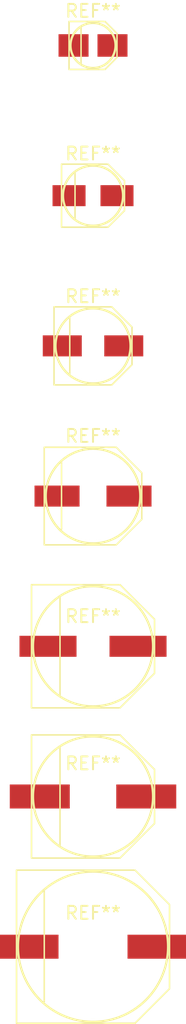
<source format=kicad_pcb>
(kicad_pcb (version 3) (host pcbnew "(2014-jan-25)-product")

  (general
    (links 0)
    (no_connects 0)
    (area 93.54713 56.6521 106.45287 125.402581)
    (thickness 1.6)
    (drawings 0)
    (tracks 0)
    (zones 0)
    (modules 7)
    (nets 1)
  )

  (page A4)
  (layers
    (15 F.Cu signal)
    (0 B.Cu signal)
    (16 B.Adhes user)
    (17 F.Adhes user)
    (18 B.Paste user)
    (19 F.Paste user)
    (20 B.SilkS user)
    (21 F.SilkS user)
    (22 B.Mask user)
    (23 F.Mask user)
    (24 Dwgs.User user)
    (25 Cmts.User user)
    (26 Eco1.User user)
    (27 Eco2.User user)
    (28 Edge.Cuts user)
  )

  (setup
    (last_trace_width 0.254)
    (trace_clearance 0.254)
    (zone_clearance 0.508)
    (zone_45_only no)
    (trace_min 0.254)
    (segment_width 0.2)
    (edge_width 0.15)
    (via_size 0.889)
    (via_drill 0.635)
    (via_min_size 0.889)
    (via_min_drill 0.508)
    (uvia_size 0.508)
    (uvia_drill 0.127)
    (uvias_allowed no)
    (uvia_min_size 0.508)
    (uvia_min_drill 0.127)
    (pcb_text_width 0.3)
    (pcb_text_size 1 1)
    (mod_edge_width 0.15)
    (mod_text_size 1 1)
    (mod_text_width 0.15)
    (pad_size 1 1)
    (pad_drill 0.6)
    (pad_to_mask_clearance 0)
    (aux_axis_origin 0 0)
    (visible_elements FFFFFF7F)
    (pcbplotparams
      (layerselection 3178497)
      (usegerberextensions true)
      (excludeedgelayer true)
      (linewidth 0.150000)
      (plotframeref false)
      (viasonmask false)
      (mode 1)
      (useauxorigin false)
      (hpglpennumber 1)
      (hpglpenspeed 20)
      (hpglpendiameter 15)
      (hpglpenoverlay 2)
      (psnegative false)
      (psa4output false)
      (plotreference true)
      (plotvalue true)
      (plotothertext true)
      (plotinvisibletext false)
      (padsonsilk false)
      (subtractmaskfromsilk false)
      (outputformat 1)
      (mirror false)
      (drillshape 1)
      (scaleselection 1)
      (outputdirectory ""))
  )

  (net 0 "")

  (net_class Default "Это класс цепей по умолчанию."
    (clearance 0.254)
    (trace_width 0.254)
    (via_dia 0.889)
    (via_drill 0.635)
    (uvia_dia 0.508)
    (uvia_drill 0.127)
  )

  (module SMD_Alu_Caps:Panasonic-A (layer F.Cu) (tedit 572519D4) (tstamp 5725B16D)
    (at 100 60)
    (descr "Panasonic Aluminum Electrolytic Capacitors Surface Mount Type Package A")
    (attr smd)
    (fp_text reference REF** (at 0 -2.3) (layer F.SilkS)
      (effects (font (size 0.862 0.862) (thickness 0.127)))
    )
    (fp_text value VAL** (at 0 2.4) (layer F.SilkS) hide
      (effects (font (size 0.862 0.862) (thickness 0.127)))
    )
    (fp_circle (center 0 0) (end 1.5 0) (layer F.SilkS) (width 0.15))
    (fp_line (start -1.59766 -1.59766) (end 0.79756 -1.59766) (layer F.SilkS) (width 0.1016))
    (fp_line (start 0.79756 -1.59766) (end 1.59766 -0.79756) (layer F.SilkS) (width 0.1016))
    (fp_line (start 1.59766 -0.79756) (end 1.59766 0.79756) (layer F.SilkS) (width 0.1016))
    (fp_line (start 1.59766 0.79756) (end 0.79756 1.59766) (layer F.SilkS) (width 0.1016))
    (fp_line (start 0.79756 1.59766) (end -1.59766 1.59766) (layer F.SilkS) (width 0.1016))
    (fp_line (start -1.59766 1.59766) (end -1.59766 -1.59766) (layer F.SilkS) (width 0.1016))
    (fp_line (start -1.59766 -0.94996) (end -1.59766 -1.59766) (layer F.SilkS) (width 0.1016))
    (fp_line (start -1.59766 -1.59766) (end 0.79756 -1.59766) (layer F.SilkS) (width 0.1016))
    (fp_line (start 0.79756 -1.59766) (end 1.4986 -0.89916) (layer F.SilkS) (width 0.1016))
    (fp_line (start 1.4986 0.89916) (end 0.79756 1.59766) (layer F.SilkS) (width 0.1016))
    (fp_line (start 0.79756 1.59766) (end -1.59766 1.59766) (layer F.SilkS) (width 0.1016))
    (fp_line (start -1.59766 1.59766) (end -1.59766 0.94996) (layer F.SilkS) (width 0.1016))
    (fp_line (start -0.79756 -1.19888) (end -0.79756 1.19888) (layer F.SilkS) (width 0.1016))
    (pad 1 smd rect (at 1.29794 0) (size 1.99898 1.4986) (layers F.Cu F.Paste F.Mask))
    (pad 2 smd rect (at -1.29794 0) (size 1.99898 1.4986) (layers F.Cu F.Paste F.Mask))
  )

  (module SMD_Alu_Caps:Panasonic-B (layer F.Cu) (tedit 57251A40) (tstamp 5725B1BE)
    (at 100 70)
    (descr "Panasonic Aluminum Electrolytic Capacitors Surface Mount Type Package B")
    (attr smd)
    (fp_text reference REF** (at 0 -2.8) (layer F.SilkS)
      (effects (font (size 0.862 0.862) (thickness 0.127)))
    )
    (fp_text value VAL** (at 0 2.8) (layer F.SilkS) hide
      (effects (font (size 0.862 0.862) (thickness 0.127)))
    )
    (fp_circle (center 0 0) (end 2 0) (layer F.SilkS) (width 0.15))
    (fp_line (start -2.09804 -2.09804) (end 0.99822 -2.09804) (layer F.SilkS) (width 0.1016))
    (fp_line (start 0.99822 -2.09804) (end 2.09804 -0.99822) (layer F.SilkS) (width 0.1016))
    (fp_line (start 2.09804 -0.99822) (end 2.09804 0.99822) (layer F.SilkS) (width 0.1016))
    (fp_line (start 2.09804 0.99822) (end 0.99822 2.09804) (layer F.SilkS) (width 0.1016))
    (fp_line (start 0.99822 2.09804) (end -2.09804 2.09804) (layer F.SilkS) (width 0.1016))
    (fp_line (start -2.09804 2.09804) (end -2.09804 -2.09804) (layer F.SilkS) (width 0.1016))
    (fp_line (start -2.09804 -0.84836) (end -2.09804 -2.09804) (layer F.SilkS) (width 0.1016))
    (fp_line (start -2.09804 -2.09804) (end 0.99822 -2.09804) (layer F.SilkS) (width 0.1016))
    (fp_line (start 0.99822 -2.09804) (end 2.09804 -0.99822) (layer F.SilkS) (width 0.1016))
    (fp_line (start 2.09804 0.99822) (end 0.99822 2.09804) (layer F.SilkS) (width 0.1016))
    (fp_line (start 0.99822 2.09804) (end -2.09804 2.09804) (layer F.SilkS) (width 0.1016))
    (fp_line (start -2.09804 2.09804) (end -2.09804 0.84836) (layer F.SilkS) (width 0.1016))
    (fp_line (start -1.19888 -1.4986) (end -1.19888 1.4986) (layer F.SilkS) (width 0.1016))
    (pad 1 smd rect (at 1.59766 0) (size 2.19964 1.39954) (layers F.Cu F.Paste F.Mask))
    (pad 2 smd rect (at -1.59766 0) (size 2.19964 1.39954) (layers F.Cu F.Paste F.Mask))
    (model SMD_Alu_Caps.3dshapes/Panasonic-B.wrl
      (at (xyz 0 0 0))
      (scale (xyz 1 1 1))
      (rotate (xyz 0 0 0))
    )
  )

  (module SMD_Alu_Caps:Panasonic-C (layer F.Cu) (tedit 57251A6B) (tstamp 5725B1FB)
    (at 100 80)
    (descr "Panasonic Aluminum Electrolytic Capacitors Surface Mount Type Package C")
    (attr smd)
    (fp_text reference REF** (at 0 -3.3) (layer F.SilkS)
      (effects (font (size 0.862 0.862) (thickness 0.127)))
    )
    (fp_text value VAL** (at 0 3.4) (layer F.SilkS) hide
      (effects (font (size 0.862 0.862) (thickness 0.127)))
    )
    (fp_circle (center 0 0) (end 2.5 0) (layer F.SilkS) (width 0.15))
    (fp_line (start -2.59842 -2.59842) (end 1.24968 -2.59842) (layer F.SilkS) (width 0.1016))
    (fp_line (start 1.24968 -2.59842) (end 2.59842 -1.24968) (layer F.SilkS) (width 0.1016))
    (fp_line (start 2.59842 -1.24968) (end 2.59842 1.24968) (layer F.SilkS) (width 0.1016))
    (fp_line (start 2.59842 1.24968) (end 1.24968 2.59842) (layer F.SilkS) (width 0.1016))
    (fp_line (start 1.24968 2.59842) (end -2.59842 2.59842) (layer F.SilkS) (width 0.1016))
    (fp_line (start -2.59842 2.59842) (end -2.59842 -2.59842) (layer F.SilkS) (width 0.1016))
    (fp_line (start -2.59842 -0.94996) (end -2.59842 -2.59842) (layer F.SilkS) (width 0.1016))
    (fp_line (start -2.59842 -2.59842) (end 1.24968 -2.59842) (layer F.SilkS) (width 0.1016))
    (fp_line (start 1.24968 -2.59842) (end 2.59842 -1.24968) (layer F.SilkS) (width 0.1016))
    (fp_line (start 2.59842 -1.24968) (end 2.59842 -0.94996) (layer F.SilkS) (width 0.1016))
    (fp_line (start 2.59842 0.94996) (end 2.59842 1.24968) (layer F.SilkS) (width 0.1016))
    (fp_line (start 2.59842 1.24968) (end 1.24968 2.59842) (layer F.SilkS) (width 0.1016))
    (fp_line (start 1.24968 2.59842) (end -2.59842 2.59842) (layer F.SilkS) (width 0.1016))
    (fp_line (start -2.59842 2.59842) (end -2.59842 0.94996) (layer F.SilkS) (width 0.1016))
    (fp_line (start -1.5494 -1.84912) (end -1.5494 1.84912) (layer F.SilkS) (width 0.1016))
    (pad 1 smd rect (at 2.04978 0) (size 2.59842 1.39954) (layers F.Cu F.Paste F.Mask))
    (pad 2 smd rect (at -2.04978 0) (size 2.59842 1.39954) (layers F.Cu F.Paste F.Mask))
    (model SMD_Alu_Caps.3dshapes/Panasonic-C.wrl
      (at (xyz 0 0 0))
      (scale (xyz 1 1 1))
      (rotate (xyz 0 0 0))
    )
  )

  (module SMD_Alu_Caps:Panasonic-D (layer F.Cu) (tedit 572519D4) (tstamp 5725B23C)
    (at 100 90)
    (descr "Panasonic Aluminum Electrolytic Capacitors Surface Mount Type Package D")
    (attr smd)
    (fp_text reference REF** (at 0 -4) (layer F.SilkS)
      (effects (font (size 0.862 0.862) (thickness 0.127)))
    )
    (fp_text value VAL** (at 0 4.1) (layer F.SilkS) hide
      (effects (font (size 0.862 0.862) (thickness 0.127)))
    )
    (fp_circle (center 0 0) (end 3.15 0) (layer F.SilkS) (width 0.15))
    (fp_line (start -3.24866 -3.24866) (end 1.5494 -3.24866) (layer F.SilkS) (width 0.1016))
    (fp_line (start 1.5494 -3.24866) (end 3.24866 -1.5494) (layer F.SilkS) (width 0.1016))
    (fp_line (start 3.24866 -1.5494) (end 3.24866 1.5494) (layer F.SilkS) (width 0.1016))
    (fp_line (start 3.24866 1.5494) (end 1.5494 3.24866) (layer F.SilkS) (width 0.1016))
    (fp_line (start 1.5494 3.24866) (end -3.24866 3.24866) (layer F.SilkS) (width 0.1016))
    (fp_line (start -3.24866 3.24866) (end -3.24866 -3.24866) (layer F.SilkS) (width 0.1016))
    (fp_line (start -3.24866 -0.94996) (end -3.24866 -3.24866) (layer F.SilkS) (width 0.1016))
    (fp_line (start -3.24866 -3.24866) (end 1.5494 -3.24866) (layer F.SilkS) (width 0.1016))
    (fp_line (start 1.5494 -3.24866) (end 3.24866 -1.5494) (layer F.SilkS) (width 0.1016))
    (fp_line (start 3.24866 -1.5494) (end 3.24866 -0.94996) (layer F.SilkS) (width 0.1016))
    (fp_line (start 3.24866 0.94996) (end 3.24866 1.5494) (layer F.SilkS) (width 0.1016))
    (fp_line (start 3.24866 1.5494) (end 1.5494 3.24866) (layer F.SilkS) (width 0.1016))
    (fp_line (start 1.5494 3.24866) (end -3.24866 3.24866) (layer F.SilkS) (width 0.1016))
    (fp_line (start -3.24866 3.24866) (end -3.24866 0.94996) (layer F.SilkS) (width 0.1016))
    (fp_line (start -2.09804 -2.2479) (end -2.09804 2.19964) (layer F.SilkS) (width 0.1016))
    (pad 1 smd rect (at 2.39776 0) (size 2.99974 1.39954) (layers F.Cu F.Paste F.Mask))
    (pad 2 smd rect (at -2.39776 0) (size 2.99974 1.39954) (layers F.Cu F.Paste F.Mask))
    (model SMD_Alu_Caps.3dshapes/Panasonic-D.wrl
      (at (xyz 0 0 0))
      (scale (xyz 1 1 1))
      (rotate (xyz 0 0 0))
    )
  )

  (module SMD_Alu_Caps:Panasonic-E (layer F.Cu) (tedit 57251B43) (tstamp 5725B27D)
    (at 100 100)
    (descr "Panasonic Aluminum Electrolytic Capacitors Surface Mount Type Package E")
    (attr smd)
    (fp_text reference REF** (at 0 -2) (layer F.SilkS)
      (effects (font (size 0.862 0.862) (thickness 0.127)))
    )
    (fp_text value VAL** (at 0 2) (layer F.SilkS) hide
      (effects (font (size 0.862 0.862) (thickness 0.127)))
    )
    (fp_circle (center 0 0) (end 4 0) (layer F.SilkS) (width 0.15))
    (fp_line (start -4.09956 -4.09956) (end 1.79832 -4.09956) (layer F.SilkS) (width 0.1016))
    (fp_line (start 1.79832 -4.09956) (end 4.09956 -1.79832) (layer F.SilkS) (width 0.1016))
    (fp_line (start 4.09956 -1.79832) (end 4.09956 1.79832) (layer F.SilkS) (width 0.1016))
    (fp_line (start 4.09956 1.79832) (end 1.79832 4.09956) (layer F.SilkS) (width 0.1016))
    (fp_line (start 1.79832 4.09956) (end -4.09956 4.09956) (layer F.SilkS) (width 0.1016))
    (fp_line (start -4.09956 4.09956) (end -4.09956 -4.09956) (layer F.SilkS) (width 0.1016))
    (fp_line (start -4.09956 -0.89916) (end -4.09956 -4.09956) (layer F.SilkS) (width 0.1016))
    (fp_line (start -4.09956 -4.09956) (end 1.79832 -4.09956) (layer F.SilkS) (width 0.1016))
    (fp_line (start 1.79832 -4.09956) (end 4.09956 -1.79832) (layer F.SilkS) (width 0.1016))
    (fp_line (start 4.09956 -1.79832) (end 4.09956 -0.89916) (layer F.SilkS) (width 0.1016))
    (fp_line (start 4.09956 0.89916) (end 4.09956 1.79832) (layer F.SilkS) (width 0.1016))
    (fp_line (start 4.09956 1.79832) (end 1.79832 4.09956) (layer F.SilkS) (width 0.1016))
    (fp_line (start 1.79832 4.09956) (end -4.09956 4.09956) (layer F.SilkS) (width 0.1016))
    (fp_line (start -4.09956 4.09956) (end -4.09956 0.89916) (layer F.SilkS) (width 0.1016))
    (fp_line (start -2.19964 -3.24866) (end -2.19964 3.24866) (layer F.SilkS) (width 0.1016))
    (pad 1 smd rect (at 2.99974 0) (size 3.79984 1.39954) (layers F.Cu F.Paste F.Mask))
    (pad 2 smd rect (at -2.99974 0) (size 3.79984 1.39954) (layers F.Cu F.Paste F.Mask))
    (model SMD_Alu_Caps.3dshapes/Panasonic-E.wrl
      (at (xyz 0 0 0))
      (scale (xyz 1 1 1))
      (rotate (xyz 0 0 0))
    )
  )

  (module SMD_Alu_Caps:Panasonic-F (layer F.Cu) (tedit 57251B33) (tstamp 5725B2BE)
    (at 100 110)
    (descr "Panasonic Aluminum Electrolytic Capacitors Surface Mount Type Package F")
    (attr smd)
    (fp_text reference REF** (at 0 -2.2) (layer F.SilkS)
      (effects (font (size 0.862 0.862) (thickness 0.127)))
    )
    (fp_text value VAL** (at 0 2.2) (layer F.SilkS) hide
      (effects (font (size 0.862 0.862) (thickness 0.127)))
    )
    (fp_circle (center 0 0) (end 4 0) (layer F.SilkS) (width 0.15))
    (fp_line (start -4.09956 -4.09956) (end 1.79832 -4.09956) (layer F.SilkS) (width 0.1016))
    (fp_line (start 1.79832 -4.09956) (end 4.09956 -1.79832) (layer F.SilkS) (width 0.1016))
    (fp_line (start 4.09956 -1.79832) (end 4.09956 1.79832) (layer F.SilkS) (width 0.1016))
    (fp_line (start 4.09956 1.79832) (end 1.79832 4.09956) (layer F.SilkS) (width 0.1016))
    (fp_line (start 1.79832 4.09956) (end -4.09956 4.09956) (layer F.SilkS) (width 0.1016))
    (fp_line (start -4.09956 4.09956) (end -4.09956 -4.09956) (layer F.SilkS) (width 0.1016))
    (fp_line (start -4.09956 -0.99822) (end -4.09956 -4.09956) (layer F.SilkS) (width 0.1016))
    (fp_line (start -4.09956 -4.09956) (end 1.79832 -4.09956) (layer F.SilkS) (width 0.1016))
    (fp_line (start 1.79832 -4.09956) (end 4.09956 -1.79832) (layer F.SilkS) (width 0.1016))
    (fp_line (start 4.09956 -1.79832) (end 4.09956 -0.99822) (layer F.SilkS) (width 0.1016))
    (fp_line (start 4.09956 0.99822) (end 4.09956 1.79832) (layer F.SilkS) (width 0.1016))
    (fp_line (start 4.09956 1.79832) (end 1.79832 4.09956) (layer F.SilkS) (width 0.1016))
    (fp_line (start 1.79832 4.09956) (end -4.09956 4.09956) (layer F.SilkS) (width 0.1016))
    (fp_line (start -4.09956 4.09956) (end -4.09956 0.99822) (layer F.SilkS) (width 0.1016))
    (fp_line (start -2.19964 -3.24866) (end -2.19964 3.24866) (layer F.SilkS) (width 0.1016))
    (pad 1 smd rect (at 3.54838 0) (size 3.99796 1.59766) (layers F.Cu F.Paste F.Mask))
    (pad 2 smd rect (at -3.54838 0) (size 3.99796 1.59766) (layers F.Cu F.Paste F.Mask))
    (model SMD_Alu_Caps.3dshapes/Panasonic-F.wrl
      (at (xyz 0 0 0))
      (scale (xyz 1 1 1))
      (rotate (xyz 0 0 0))
    )
  )

  (module SMD_Alu_Caps:Panasonic-G (layer F.Cu) (tedit 572519D2) (tstamp 5725B2FF)
    (at 100 120)
    (descr "Panasonic Aluminum Electrolytic Capacitors Surface Mount Type Package G")
    (attr smd)
    (fp_text reference REF** (at 0 -2.25) (layer F.SilkS)
      (effects (font (size 0.862 0.862) (thickness 0.127)))
    )
    (fp_text value VAL** (at 0 2.25) (layer F.SilkS) hide
      (effects (font (size 0.862 0.862) (thickness 0.127)))
    )
    (fp_circle (center 0 0) (end 5 0) (layer F.SilkS) (width 0.15))
    (fp_line (start -5.09778 -5.09778) (end 2.79908 -5.09778) (layer F.SilkS) (width 0.1016))
    (fp_line (start 2.79908 -5.09778) (end 5.09778 -2.79908) (layer F.SilkS) (width 0.1016))
    (fp_line (start 5.09778 -2.79908) (end 5.09778 2.79908) (layer F.SilkS) (width 0.1016))
    (fp_line (start 5.09778 2.79908) (end 2.79908 5.09778) (layer F.SilkS) (width 0.1016))
    (fp_line (start 2.79908 5.09778) (end -5.09778 5.09778) (layer F.SilkS) (width 0.1016))
    (fp_line (start -5.09778 5.09778) (end -5.09778 -5.09778) (layer F.SilkS) (width 0.1016))
    (fp_line (start -5.09778 -0.99822) (end -5.09778 -5.09778) (layer F.SilkS) (width 0.1016))
    (fp_line (start -5.09778 -5.09778) (end 2.79908 -5.09778) (layer F.SilkS) (width 0.1016))
    (fp_line (start 2.79908 -5.09778) (end 5.09778 -2.79908) (layer F.SilkS) (width 0.1016))
    (fp_line (start 5.09778 -2.79908) (end 5.09778 -0.99822) (layer F.SilkS) (width 0.1016))
    (fp_line (start 5.09778 0.99822) (end 5.09778 2.79908) (layer F.SilkS) (width 0.1016))
    (fp_line (start 5.09778 2.79908) (end 2.79908 5.09778) (layer F.SilkS) (width 0.1016))
    (fp_line (start 2.79908 5.09778) (end -5.09778 5.09778) (layer F.SilkS) (width 0.1016))
    (fp_line (start -5.09778 5.09778) (end -5.09778 0.99822) (layer F.SilkS) (width 0.1016))
    (fp_line (start -3.24866 -3.69824) (end -3.24866 3.64998) (layer F.SilkS) (width 0.1016))
    (pad 1 smd rect (at 4.24942 0) (size 3.8989 1.59766) (layers F.Cu F.Paste F.Mask))
    (pad 2 smd rect (at -4.24942 0) (size 3.8989 1.59766) (layers F.Cu F.Paste F.Mask))
    (model SMD_Alu_Caps.3dshapes/Panasonic-G.wrl
      (at (xyz 0 0 0))
      (scale (xyz 1 1 1))
      (rotate (xyz 0 0 0))
    )
  )

)

</source>
